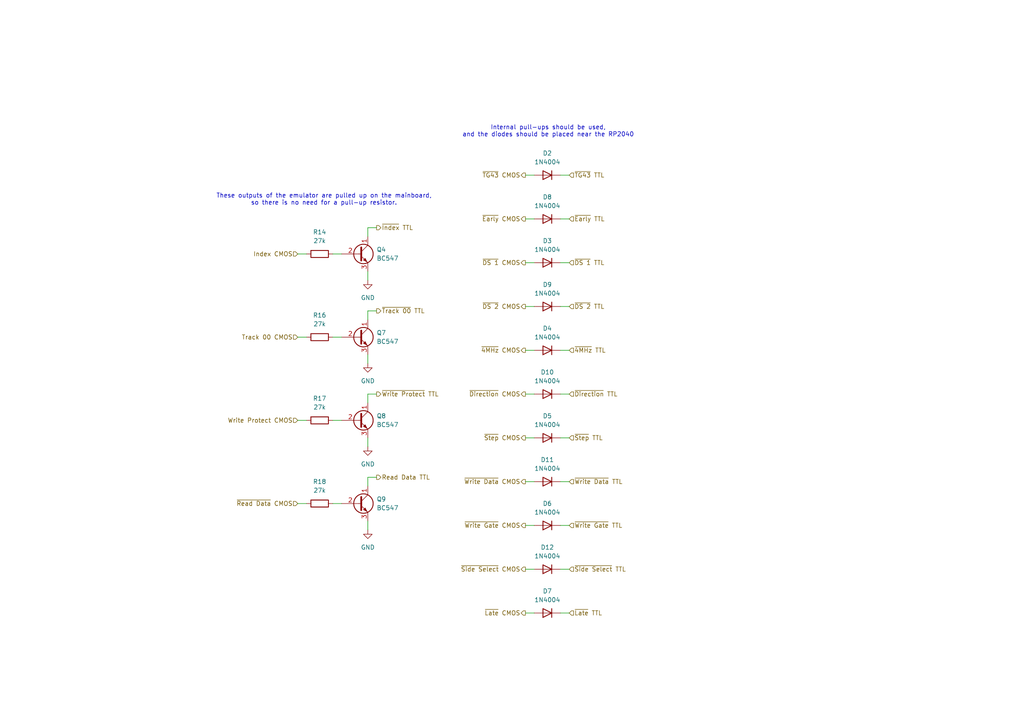
<source format=kicad_sch>
(kicad_sch (version 20231120) (generator "eeschema") (generator_version "8.0")
  (paper "A4")
  (lib_symbols
    (symbol "Device:R" (pin_numbers hide) (pin_names (offset 0))
      (property "Reference" "R" (at 2.032 0 90))
      (property "Value" "R" (at 0 0 90))
      (symbol "R_0_1"
        (rectangle (start -1.016 -2.54) (end 1.016 2.54) (stroke (width 0.254)))
      )
      (symbol "R_1_1"
        (pin passive line (at 0 3.81 270) (length 1.27) (name "~") (number "1"))
        (pin passive line (at 0 -3.81 90) (length 1.27) (name "~") (number "2"))
      )
    )
    (symbol "Diode:1N4004" (pin_numbers hide) (pin_names hide)
      (property "Reference" "D" (at 0 2.54 0))
      (property "Value" "1N4004" (at 0 -2.54 0))
      (symbol "1N4004_0_1"
        (polyline (pts (xy -1.27 1.27) (xy -1.27 -1.27)) (stroke (width 0.254)))
        (polyline (pts (xy 1.27 0) (xy -1.27 0)))
        (polyline (pts (xy 1.27 1.27) (xy 1.27 -1.27) (xy -1.27 0) (xy 1.27 1.27)) (stroke (width 0.254)))
      )
      (symbol "1N4004_1_1"
        (pin passive line (at -3.81 0 0) (length 2.54) (name "K") (number "1"))
        (pin passive line (at 3.81 0 180) (length 2.54) (name "A") (number "2"))
      )
    )
    (symbol "Transistor_BJT:BC547" (pin_names (offset 0) hide)
      (property "Reference" "Q" (at 5.08 1.905 0))
      (property "Value" "BC547" (at 5.08 0 0))
      (symbol "BC547_0_1"
        (polyline (pts (xy 0 0) (xy 0.635 0)))
        (polyline (pts (xy 0.635 0.635) (xy 2.54 2.54)))
        (polyline (pts (xy 0.635 -0.635) (xy 2.54 -2.54) (xy 2.54 -2.54)))
        (polyline (pts (xy 0.635 1.905) (xy 0.635 -1.905) (xy 0.635 -1.905)) (stroke (width 0.508)))
        (polyline (pts (xy 1.27 -1.778) (xy 1.778 -1.27) (xy 2.286 -2.286) (xy 1.27 -1.778) (xy 1.27 -1.778)) (fill (type outline)))
        (circle (center 1.27 0) (radius 2.8194) (stroke (width 0.254)))
      )
      (symbol "BC547_1_1"
        (pin passive line (at 2.54 5.08 270) (length 2.54) (name "C") (number "1"))
        (pin input line (at -5.08 0 0) (length 5.08) (name "B") (number "2"))
        (pin passive line (at 2.54 -5.08 90) (length 2.54) (name "E") (number "3"))
      )
    )
    (symbol "power:GND" (power) (pin_numbers hide) (pin_names (offset 0) hide)
      (property "Value" "GND" (at 0 -3.81 0))
      (symbol "GND_0_1"
        (polyline (pts (xy 0 0) (xy 0 -1.27) (xy 1.27 -1.27) (xy 0 -2.54) (xy -1.27 -1.27) (xy 0 -1.27)))
      )
      (symbol "GND_1_1"
        (pin power_in line (at 0 0 270) (length 0) (name "~") (number "1"))
      )
    )
  )
  (wire (pts (xy 106.68 140.97) (xy 106.68 138.43)))
  (wire (pts (xy 152.4 139.7) (xy 154.94 139.7)))
  (wire (pts (xy 162.56 114.3) (xy 165.1 114.3)))
  (wire (pts (xy 152.4 101.6) (xy 154.94 101.6)))
  (wire (pts (xy 106.68 138.43) (xy 109.22 138.43)))
  (wire (pts (xy 152.4 50.8) (xy 154.94 50.8)))
  (wire (pts (xy 162.56 63.5) (xy 165.1 63.5)))
  (wire (pts (xy 96.52 97.79) (xy 99.06 97.79)))
  (wire (pts (xy 106.68 90.17) (xy 109.22 90.17)))
  (wire (pts (xy 152.4 114.3) (xy 154.94 114.3)))
  (wire (pts (xy 162.56 152.4) (xy 165.1 152.4)))
  (wire (pts (xy 106.68 116.84) (xy 106.68 114.3)))
  (wire (pts (xy 152.4 63.5) (xy 154.94 63.5)))
  (wire (pts (xy 162.56 76.2) (xy 165.1 76.2)))
  (wire (pts (xy 152.4 152.4) (xy 154.94 152.4)))
  (wire (pts (xy 162.56 50.8) (xy 165.1 50.8)))
  (wire (pts (xy 106.68 78.74) (xy 106.68 81.28)))
  (wire (pts (xy 106.68 66.04) (xy 109.22 66.04)))
  (wire (pts (xy 106.68 127) (xy 106.68 129.54)))
  (wire (pts (xy 162.56 101.6) (xy 165.1 101.6)))
  (wire (pts (xy 152.4 177.8) (xy 154.94 177.8)))
  (wire (pts (xy 106.68 151.13) (xy 106.68 153.67)))
  (wire (pts (xy 152.4 76.2) (xy 154.94 76.2)))
  (wire (pts (xy 86.36 146.05) (xy 88.9 146.05)))
  (wire (pts (xy 162.56 127) (xy 165.1 127)))
  (wire (pts (xy 162.56 177.8) (xy 165.1 177.8)))
  (wire (pts (xy 162.56 139.7) (xy 165.1 139.7)))
  (wire (pts (xy 86.36 73.66) (xy 88.9 73.66)))
  (wire (pts (xy 96.52 73.66) (xy 99.06 73.66)))
  (wire (pts (xy 96.52 121.92) (xy 99.06 121.92)))
  (wire (pts (xy 86.36 121.92) (xy 88.9 121.92)))
  (wire (pts (xy 106.68 114.3) (xy 109.22 114.3)))
  (wire (pts (xy 86.36 97.79) (xy 88.9 97.79)))
  (wire (pts (xy 106.68 68.58) (xy 106.68 66.04)))
  (wire (pts (xy 106.68 92.71) (xy 106.68 90.17)))
  (wire (pts (xy 106.68 102.87) (xy 106.68 105.41)))
  (wire (pts (xy 152.4 127) (xy 154.94 127)))
  (wire (pts (xy 152.4 88.9) (xy 154.94 88.9)))
  (wire (pts (xy 162.56 165.1) (xy 165.1 165.1)))
  (wire (pts (xy 96.52 146.05) (xy 99.06 146.05)))
  (wire (pts (xy 152.4 165.1) (xy 154.94 165.1)))
  (wire (pts (xy 162.56 88.9) (xy 165.1 88.9)))
  (text "Internal pull-ups should be used,\nand the diodes should be placed near the RP2040" (at 159.004 38.1 0) (effects (font (size 1.27 1.27))))
  (text "These outputs of the emulator are pulled up on the mainboard,\nso there is no need for a pull-up resistor." (at 93.98 57.912 0) (effects (font (size 1.27 1.27))))
  (hierarchical_label "~{DS 1} TTL" (shape input) (at 165.1 76.2 0))
  (hierarchical_label "~{Late} TTL" (shape input) (at 165.1 177.8 0))
  (hierarchical_label "~{Write Protect} TTL" (shape output) (at 109.22 114.3 0))
  (hierarchical_label "Track 00 CMOS" (shape input) (at 86.36 97.79 180))
  (hierarchical_label "~{Side Select} TTL" (shape input) (at 165.1 165.1 0))
  (hierarchical_label "~{TG43} TTL" (shape input) (at 165.1 50.8 0))
  (hierarchical_label "~{Track 00} TTL" (shape output) (at 109.22 90.17 0))
  (hierarchical_label "~{Direction} TTL" (shape input) (at 165.1 114.3 0))
  (hierarchical_label "~{Step} TTL" (shape input) (at 165.1 127 0))
  (hierarchical_label "~{Early} CMOS" (shape output) (at 152.4 63.5 180))
  (hierarchical_label "~{Side Select} CMOS" (shape output) (at 152.4 165.1 180))
  (hierarchical_label "~{Read Data} CMOS" (shape input) (at 86.36 146.05 180))
  (hierarchical_label "~{Write Gate} CMOS" (shape output) (at 152.4 152.4 180))
  (hierarchical_label "Write Protect CMOS" (shape input) (at 86.36 121.92 180))
  (hierarchical_label "~{Late} CMOS" (shape output) (at 152.4 177.8 180))
  (hierarchical_label "~{4MHz} CMOS" (shape output) (at 152.4 101.6 180))
  (hierarchical_label "~{Write Data} TTL" (shape input) (at 165.1 139.7 0))
  (hierarchical_label "~{Write Data} CMOS" (shape output) (at 152.4 139.7 180))
  (hierarchical_label "~{Index} TTL" (shape output) (at 109.22 66.04 0))
  (hierarchical_label "~{4MHz} TTL" (shape input) (at 165.1 101.6 0))
  (hierarchical_label "~{DS 2} TTL" (shape input) (at 165.1 88.9 0))
  (hierarchical_label "Read Data TTL" (shape output) (at 109.22 138.43 0))
  (hierarchical_label "~{Step} CMOS" (shape output) (at 152.4 127 180))
  (hierarchical_label "~{DS 2} CMOS" (shape output) (at 152.4 88.9 180))
  (hierarchical_label "Index CMOS" (shape input) (at 86.36 73.66 180))
  (hierarchical_label "~{Write Gate} TTL" (shape input) (at 165.1 152.4 0))
  (hierarchical_label "~{Direction} CMOS" (shape output) (at 152.4 114.3 180))
  (hierarchical_label "~{Early} TTL" (shape input) (at 165.1 63.5 0))
  (hierarchical_label "~{DS 1} CMOS" (shape output) (at 152.4 76.2 180))
  (hierarchical_label "~{TG43} CMOS" (shape output) (at 152.4 50.8 180))
  (symbol (lib_id "Diode:1N4004") (at 158.75 177.8 180) (unit 1)
    (property "Reference" "D7" (at 158.75 171.45 0))
    (property "Value" "1N4004" (at 158.75 173.99 0))
    (property "Footprint" "Diode_THT:D_DO-41_SOD81_P10.16mm_Horizontal" (effects (hide yes)))
    (property "Datasheet" "http://www.vishay.com/docs/88503/1n4001.pdf" (effects (hide yes)))
    (property "Description" "400V 1A General Purpose Rectifier Diode, DO-41" (effects (hide yes)))
    (property "Sim.Device" "D" (effects (hide yes)))
    (property "Sim.Pins" "1=K 2=A" (effects (hide yes)))
    (property "Mouser part no." " 637-1N4004GP " (effects (hide yes)))
  )
  (symbol (lib_id "power:GND") (at 106.68 105.41 0) (unit 1)
    (property "Reference" "#PWR026" (effects (hide yes)))
    (property "Value" "GND" (at 106.68 110.49 0))
    (property "Description" "Power symbol creates a global label with name \"GND\" , ground" (effects (hide yes)))
  )
  (symbol (lib_id "Diode:1N4004") (at 158.75 127 180) (unit 1)
    (property "Reference" "D5" (at 158.75 120.65 0))
    (property "Value" "1N4004" (at 158.75 123.19 0))
    (property "Footprint" "Diode_THT:D_DO-41_SOD81_P10.16mm_Horizontal" (effects (hide yes)))
    (property "Datasheet" "http://www.vishay.com/docs/88503/1n4001.pdf" (effects (hide yes)))
    (property "Description" "400V 1A General Purpose Rectifier Diode, DO-41" (effects (hide yes)))
    (property "Sim.Device" "D" (effects (hide yes)))
    (property "Sim.Pins" "1=K 2=A" (effects (hide yes)))
    (property "Mouser part no." " 637-1N4004GP " (effects (hide yes)))
  )
  (symbol (lib_id "Diode:1N4004") (at 158.75 63.5 180) (unit 1)
    (property "Reference" "D8" (at 158.75 57.15 0))
    (property "Value" "1N4004" (at 158.75 59.69 0))
    (property "Footprint" "Diode_THT:D_DO-41_SOD81_P10.16mm_Horizontal" (effects (hide yes)))
    (property "Datasheet" "http://www.vishay.com/docs/88503/1n4001.pdf" (effects (hide yes)))
    (property "Description" "400V 1A General Purpose Rectifier Diode, DO-41" (effects (hide yes)))
    (property "Sim.Device" "D" (effects (hide yes)))
    (property "Sim.Pins" "1=K 2=A" (effects (hide yes)))
    (property "Mouser part no." " 637-1N4004GP " (effects (hide yes)))
  )
  (symbol (lib_id "Diode:1N4004") (at 158.75 76.2 180) (unit 1)
    (property "Reference" "D3" (at 158.75 69.85 0))
    (property "Value" "1N4004" (at 158.75 72.39 0))
    (property "Footprint" "Diode_THT:D_DO-41_SOD81_P10.16mm_Horizontal" (effects (hide yes)))
    (property "Datasheet" "http://www.vishay.com/docs/88503/1n4001.pdf" (effects (hide yes)))
    (property "Description" "400V 1A General Purpose Rectifier Diode, DO-41" (effects (hide yes)))
    (property "Sim.Device" "D" (effects (hide yes)))
    (property "Sim.Pins" "1=K 2=A" (effects (hide yes)))
    (property "Mouser part no." " 637-1N4004GP " (effects (hide yes)))
  )
  (symbol (lib_id "Diode:1N4004") (at 158.75 165.1 180) (unit 1)
    (property "Reference" "D12" (at 158.75 158.75 0))
    (property "Value" "1N4004" (at 158.75 161.29 0))
    (property "Footprint" "Diode_THT:D_DO-41_SOD81_P10.16mm_Horizontal" (effects (hide yes)))
    (property "Datasheet" "http://www.vishay.com/docs/88503/1n4001.pdf" (effects (hide yes)))
    (property "Description" "400V 1A General Purpose Rectifier Diode, DO-41" (effects (hide yes)))
    (property "Sim.Device" "D" (effects (hide yes)))
    (property "Sim.Pins" "1=K 2=A" (effects (hide yes)))
    (property "Mouser part no." " 637-1N4004GP " (effects (hide yes)))
  )
  (symbol (lib_id "Device:R") (at 92.71 121.92 90) (unit 1)
    (property "Reference" "R17" (at 92.71 115.57 90))
    (property "Value" "27k" (at 92.71 118.11 90))
    (property "Footprint" "Resistor_THT:R_Axial_DIN0204_L3.6mm_D1.6mm_P7.62mm_Horizontal" (effects (hide yes)))
    (property "Description" "Resistor" (effects (hide yes)))
    (property "Mouser part no." " 603-MFR-12FTF52-27K" (effects (hide yes)))
  )
  (symbol (lib_id "Diode:1N4004") (at 158.75 114.3 180) (unit 1)
    (property "Reference" "D10" (at 158.75 107.95 0))
    (property "Value" "1N4004" (at 158.75 110.49 0))
    (property "Footprint" "Diode_THT:D_DO-41_SOD81_P10.16mm_Horizontal" (effects (hide yes)))
    (property "Datasheet" "http://www.vishay.com/docs/88503/1n4001.pdf" (effects (hide yes)))
    (property "Description" "400V 1A General Purpose Rectifier Diode, DO-41" (effects (hide yes)))
    (property "Sim.Device" "D" (effects (hide yes)))
    (property "Sim.Pins" "1=K 2=A" (effects (hide yes)))
    (property "Mouser part no." " 637-1N4004GP " (effects (hide yes)))
  )
  (symbol (lib_id "Device:R") (at 92.71 146.05 90) (unit 1)
    (property "Reference" "R18" (at 92.71 139.7 90))
    (property "Value" "27k" (at 92.71 142.24 90))
    (property "Footprint" "Resistor_THT:R_Axial_DIN0204_L3.6mm_D1.6mm_P7.62mm_Horizontal" (effects (hide yes)))
    (property "Description" "Resistor" (effects (hide yes)))
    (property "Mouser part no." " 603-MFR-12FTF52-27K" (effects (hide yes)))
  )
  (symbol (lib_id "power:GND") (at 106.68 81.28 0) (unit 1)
    (property "Reference" "#PWR025" (effects (hide yes)))
    (property "Value" "GND" (at 106.68 86.36 0))
    (property "Description" "Power symbol creates a global label with name \"GND\" , ground" (effects (hide yes)))
  )
  (symbol (lib_id "Transistor_BJT:BC547") (at 104.14 146.05 0) (unit 1)
    (property "Reference" "Q9" (at 109.22 144.7799 0) (effects (justify left)))
    (property "Value" "BC547" (at 109.22 147.3199 0) (effects (justify left)))
    (property "Footprint" "Package_TO_SOT_THT:TO-92_Inline" (effects (hide yes)))
    (property "Datasheet" "https://www.onsemi.com/pub/Collateral/BC550-D.pdf" (effects (hide yes)))
    (property "Description" "0.1A Ic, 45V Vce, Small Signal NPN Transistor, TO-92" (effects (hide yes)))
    (property "Mouser part no." " 637-BC547CBK" (effects (hide yes)))
  )
  (symbol (lib_id "Diode:1N4004") (at 158.75 88.9 180) (unit 1)
    (property "Reference" "D9" (at 158.75 82.55 0))
    (property "Value" "1N4004" (at 158.75 85.09 0))
    (property "Footprint" "Diode_THT:D_DO-41_SOD81_P10.16mm_Horizontal" (effects (hide yes)))
    (property "Datasheet" "http://www.vishay.com/docs/88503/1n4001.pdf" (effects (hide yes)))
    (property "Description" "400V 1A General Purpose Rectifier Diode, DO-41" (effects (hide yes)))
    (property "Sim.Device" "D" (effects (hide yes)))
    (property "Sim.Pins" "1=K 2=A" (effects (hide yes)))
    (property "Mouser part no." " 637-1N4004GP " (effects (hide yes)))
  )
  (symbol (lib_id "Diode:1N4004") (at 158.75 152.4 180) (unit 1)
    (property "Reference" "D6" (at 158.75 146.05 0))
    (property "Value" "1N4004" (at 158.75 148.59 0))
    (property "Footprint" "Diode_THT:D_DO-41_SOD81_P10.16mm_Horizontal" (effects (hide yes)))
    (property "Datasheet" "http://www.vishay.com/docs/88503/1n4001.pdf" (effects (hide yes)))
    (property "Description" "400V 1A General Purpose Rectifier Diode, DO-41" (effects (hide yes)))
    (property "Sim.Device" "D" (effects (hide yes)))
    (property "Sim.Pins" "1=K 2=A" (effects (hide yes)))
    (property "Mouser part no." " 637-1N4004GP " (effects (hide yes)))
  )
  (symbol (lib_id "Device:R") (at 92.71 97.79 90) (unit 1)
    (property "Reference" "R16" (at 92.71 91.44 90))
    (property "Value" "27k" (at 92.71 93.98 90))
    (property "Footprint" "Resistor_THT:R_Axial_DIN0204_L3.6mm_D1.6mm_P7.62mm_Horizontal" (effects (hide yes)))
    (property "Description" "Resistor" (effects (hide yes)))
    (property "Mouser part no." " 603-MFR-12FTF52-27K" (effects (hide yes)))
  )
  (symbol (lib_id "Device:R") (at 92.71 73.66 90) (unit 1)
    (property "Reference" "R14" (at 92.71 67.31 90))
    (property "Value" "27k" (at 92.71 69.85 90))
    (property "Footprint" "Resistor_THT:R_Axial_DIN0204_L3.6mm_D1.6mm_P7.62mm_Horizontal" (effects (hide yes)))
    (property "Description" "Resistor" (effects (hide yes)))
    (property "Mouser part no." " 603-MFR-12FTF52-27K" (effects (hide yes)))
  )
  (symbol (lib_id "Transistor_BJT:BC547") (at 104.14 73.66 0) (unit 1)
    (property "Reference" "Q4" (at 109.22 72.3899 0) (effects (justify left)))
    (property "Value" "BC547" (at 109.22 74.9299 0) (effects (justify left)))
    (property "Footprint" "Package_TO_SOT_THT:TO-92_Inline" (effects (hide yes)))
    (property "Datasheet" "https://www.onsemi.com/pub/Collateral/BC550-D.pdf" (effects (hide yes)))
    (property "Description" "0.1A Ic, 45V Vce, Small Signal NPN Transistor, TO-92" (effects (hide yes)))
    (property "Mouser part no." " 637-BC547CBK" (effects (hide yes)))
  )
  (symbol (lib_id "Diode:1N4004") (at 158.75 50.8 180) (unit 1)
    (property "Reference" "D2" (at 158.75 44.45 0))
    (property "Value" "1N4004" (at 158.75 46.99 0))
    (property "Footprint" "Diode_THT:D_DO-41_SOD81_P10.16mm_Horizontal" (effects (hide yes)))
    (property "Datasheet" "http://www.vishay.com/docs/88503/1n4001.pdf" (effects (hide yes)))
    (property "Description" "400V 1A General Purpose Rectifier Diode, DO-41" (effects (hide yes)))
    (property "Sim.Device" "D" (effects (hide yes)))
    (property "Sim.Pins" "1=K 2=A" (effects (hide yes)))
    (property "Mouser part no." " 637-1N4004GP " (effects (hide yes)))
  )
  (symbol (lib_id "Transistor_BJT:BC547") (at 104.14 121.92 0) (unit 1)
    (property "Reference" "Q8" (at 109.22 120.6499 0) (effects (justify left)))
    (property "Value" "BC547" (at 109.22 123.1899 0) (effects (justify left)))
    (property "Footprint" "Package_TO_SOT_THT:TO-92_Inline" (effects (hide yes)))
    (property "Datasheet" "https://www.onsemi.com/pub/Collateral/BC550-D.pdf" (effects (hide yes)))
    (property "Description" "0.1A Ic, 45V Vce, Small Signal NPN Transistor, TO-92" (effects (hide yes)))
    (property "Mouser part no." " 637-BC547CBK" (effects (hide yes)))
  )
  (symbol (lib_id "power:GND") (at 106.68 129.54 0) (unit 1)
    (property "Reference" "#PWR027" (effects (hide yes)))
    (property "Value" "GND" (at 106.68 134.62 0))
    (property "Description" "Power symbol creates a global label with name \"GND\" , ground" (effects (hide yes)))
  )
  (symbol (lib_id "Transistor_BJT:BC547") (at 104.14 97.79 0) (unit 1)
    (property "Reference" "Q7" (at 109.22 96.5199 0) (effects (justify left)))
    (property "Value" "BC547" (at 109.22 99.0599 0) (effects (justify left)))
    (property "Footprint" "Package_TO_SOT_THT:TO-92_Inline" (effects (hide yes)))
    (property "Datasheet" "https://www.onsemi.com/pub/Collateral/BC550-D.pdf" (effects (hide yes)))
    (property "Description" "0.1A Ic, 45V Vce, Small Signal NPN Transistor, TO-92" (effects (hide yes)))
    (property "Mouser part no." " 637-BC547CBK" (effects (hide yes)))
  )
  (symbol (lib_id "power:GND") (at 106.68 153.67 0) (unit 1)
    (property "Reference" "#PWR028" (effects (hide yes)))
    (property "Value" "GND" (at 106.68 158.75 0))
    (property "Description" "Power symbol creates a global label with name \"GND\" , ground" (effects (hide yes)))
  )
  (symbol (lib_id "Diode:1N4004") (at 158.75 101.6 180) (unit 1)
    (property "Reference" "D4" (at 158.75 95.25 0))
    (property "Value" "1N4004" (at 158.75 97.79 0))
    (property "Footprint" "Diode_THT:D_DO-41_SOD81_P10.16mm_Horizontal" (effects (hide yes)))
    (property "Datasheet" "http://www.vishay.com/docs/88503/1n4001.pdf" (effects (hide yes)))
    (property "Description" "400V 1A General Purpose Rectifier Diode, DO-41" (effects (hide yes)))
    (property "Sim.Device" "D" (effects (hide yes)))
    (property "Sim.Pins" "1=K 2=A" (effects (hide yes)))
    (property "Mouser part no." " 637-1N4004GP " (effects (hide yes)))
  )
  (symbol (lib_id "Diode:1N4004") (at 158.75 139.7 180) (unit 1)
    (property "Reference" "D11" (at 158.75 133.35 0))
    (property "Value" "1N4004" (at 158.75 135.89 0))
    (property "Footprint" "Diode_THT:D_DO-41_SOD81_P10.16mm_Horizontal" (effects (hide yes)))
    (property "Datasheet" "http://www.vishay.com/docs/88503/1n4001.pdf" (effects (hide yes)))
    (property "Description" "400V 1A General Purpose Rectifier Diode, DO-41" (effects (hide yes)))
    (property "Sim.Device" "D" (effects (hide yes)))
    (property "Sim.Pins" "1=K 2=A" (effects (hide yes)))
    (property "Mouser part no." " 637-1N4004GP " (effects (hide yes)))
  )
)
</source>
